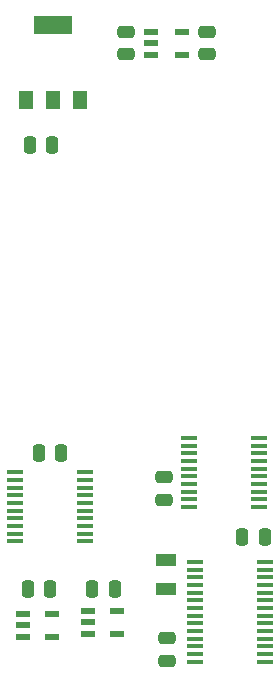
<source format=gtp>
%TF.GenerationSoftware,KiCad,Pcbnew,8.0.7*%
%TF.CreationDate,2025-01-14T08:03:21+02:00*%
%TF.ProjectId,Clock Device,436c6f63-6b20-4446-9576-6963652e6b69,V1*%
%TF.SameCoordinates,Original*%
%TF.FileFunction,Paste,Top*%
%TF.FilePolarity,Positive*%
%FSLAX46Y46*%
G04 Gerber Fmt 4.6, Leading zero omitted, Abs format (unit mm)*
G04 Created by KiCad (PCBNEW 8.0.7) date 2025-01-14 08:03:21*
%MOMM*%
%LPD*%
G01*
G04 APERTURE LIST*
G04 Aperture macros list*
%AMRoundRect*
0 Rectangle with rounded corners*
0 $1 Rounding radius*
0 $2 $3 $4 $5 $6 $7 $8 $9 X,Y pos of 4 corners*
0 Add a 4 corners polygon primitive as box body*
4,1,4,$2,$3,$4,$5,$6,$7,$8,$9,$2,$3,0*
0 Add four circle primitives for the rounded corners*
1,1,$1+$1,$2,$3*
1,1,$1+$1,$4,$5*
1,1,$1+$1,$6,$7*
1,1,$1+$1,$8,$9*
0 Add four rect primitives between the rounded corners*
20,1,$1+$1,$2,$3,$4,$5,0*
20,1,$1+$1,$4,$5,$6,$7,0*
20,1,$1+$1,$6,$7,$8,$9,0*
20,1,$1+$1,$8,$9,$2,$3,0*%
G04 Aperture macros list end*
%ADD10RoundRect,0.250000X-0.250000X-0.475000X0.250000X-0.475000X0.250000X0.475000X-0.250000X0.475000X0*%
%ADD11RoundRect,0.250000X0.250000X0.475000X-0.250000X0.475000X-0.250000X-0.475000X0.250000X-0.475000X0*%
%ADD12RoundRect,0.250000X0.475000X-0.250000X0.475000X0.250000X-0.475000X0.250000X-0.475000X-0.250000X0*%
%ADD13R,3.300000X1.500000*%
%ADD14R,1.200000X1.500000*%
%ADD15R,1.475000X0.450000*%
%ADD16R,1.250000X0.600000*%
%ADD17RoundRect,0.250000X-0.475000X0.250000X-0.475000X-0.250000X0.475000X-0.250000X0.475000X0.250000X0*%
%ADD18R,1.800000X1.000000*%
%ADD19R,1.150000X0.600000*%
G04 APERTURE END LIST*
D10*
%TO.C,C14*%
X5919000Y-6731000D03*
X4019000Y-6731000D03*
%TD*%
D11*
%TO.C,C2*%
X22004000Y-39904000D03*
X23904000Y-39904000D03*
%TD*%
D12*
%TO.C,C8*%
X12133000Y2871000D03*
X12133000Y971000D03*
%TD*%
D11*
%TO.C,C1*%
X9302000Y-44323000D03*
X11202000Y-44323000D03*
%TD*%
D13*
%TO.C,IC10*%
X5955000Y3479000D03*
D14*
X8255000Y-2921000D03*
X5955000Y-2921000D03*
X3655000Y-2921000D03*
%TD*%
D15*
%TO.C,IC8*%
X23893000Y-42003000D03*
X23893000Y-42653000D03*
X23893000Y-43303000D03*
X23893000Y-43953000D03*
X23893000Y-44603000D03*
X23893000Y-45253000D03*
X23893000Y-45903000D03*
X23893000Y-46553000D03*
X23893000Y-47203000D03*
X23893000Y-47853000D03*
X23893000Y-48503000D03*
X23893000Y-49153000D03*
X23893000Y-49803000D03*
X23893000Y-50453000D03*
X18017000Y-50453000D03*
X18017000Y-49803000D03*
X18017000Y-49153000D03*
X18017000Y-48503000D03*
X18017000Y-47853000D03*
X18017000Y-47203000D03*
X18017000Y-46553000D03*
X18017000Y-45903000D03*
X18017000Y-45253000D03*
X18017000Y-44603000D03*
X18017000Y-43953000D03*
X18017000Y-43303000D03*
X18017000Y-42653000D03*
X18017000Y-42003000D03*
%TD*%
D11*
%TO.C,C5*%
X4749000Y-32766000D03*
X6649000Y-32766000D03*
%TD*%
D15*
%TO.C,IC3*%
X17509000Y-37342000D03*
X17509000Y-36692000D03*
X17509000Y-36042000D03*
X17509000Y-35392000D03*
X17509000Y-34742000D03*
X17509000Y-34092000D03*
X17509000Y-33442000D03*
X17509000Y-32792000D03*
X17509000Y-32142000D03*
X17509000Y-31492000D03*
X23385000Y-31492000D03*
X23385000Y-32142000D03*
X23385000Y-32792000D03*
X23385000Y-33442000D03*
X23385000Y-34092000D03*
X23385000Y-34742000D03*
X23385000Y-35392000D03*
X23385000Y-36042000D03*
X23385000Y-36692000D03*
X23385000Y-37342000D03*
%TD*%
D12*
%TO.C,C3*%
X15367000Y-34848000D03*
X15367000Y-36748000D03*
%TD*%
D16*
%TO.C,IC6*%
X5890000Y-46421000D03*
X5890000Y-48321000D03*
X3390000Y-48321000D03*
X3390000Y-47371000D03*
X3390000Y-46421000D03*
%TD*%
D11*
%TO.C,C17*%
X3821000Y-44257000D03*
X5721000Y-44257000D03*
%TD*%
D17*
%TO.C,C19*%
X15621000Y-50369000D03*
X15621000Y-48469000D03*
%TD*%
D18*
%TO.C,Y1*%
X15494000Y-44303000D03*
X15494000Y-41803000D03*
%TD*%
D16*
%TO.C,IC4*%
X11391000Y-46167000D03*
X11391000Y-48067000D03*
X8891000Y-48067000D03*
X8891000Y-47117000D03*
X8891000Y-46167000D03*
%TD*%
D12*
%TO.C,C9*%
X18991000Y2871000D03*
X18991000Y971000D03*
%TD*%
D15*
%TO.C,IC1*%
X8653000Y-34413000D03*
X8653000Y-35063000D03*
X8653000Y-35713000D03*
X8653000Y-36363000D03*
X8653000Y-37013000D03*
X8653000Y-37663000D03*
X8653000Y-38313000D03*
X8653000Y-38963000D03*
X8653000Y-39613000D03*
X8653000Y-40263000D03*
X2777000Y-40263000D03*
X2777000Y-39613000D03*
X2777000Y-38963000D03*
X2777000Y-38313000D03*
X2777000Y-37663000D03*
X2777000Y-37013000D03*
X2777000Y-36363000D03*
X2777000Y-35713000D03*
X2777000Y-35063000D03*
X2777000Y-34413000D03*
%TD*%
D19*
%TO.C,IC5*%
X16862000Y2855000D03*
X16862000Y955000D03*
X14262000Y955000D03*
X14262000Y1905000D03*
X14262000Y2855000D03*
%TD*%
M02*

</source>
